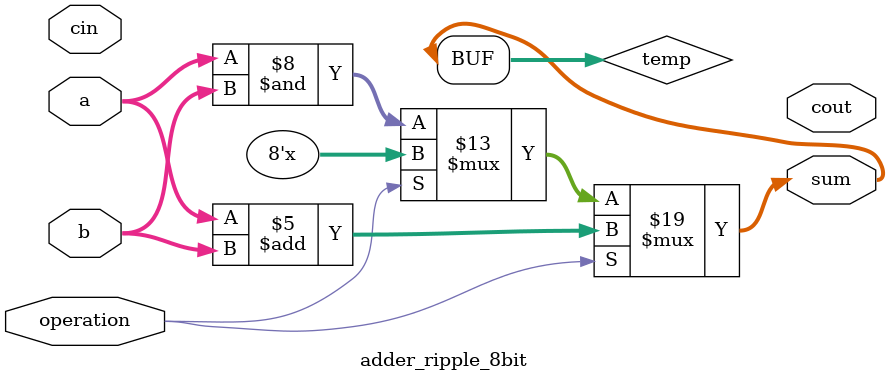
<source format=v>
module adder_ripple_8bit(
    input [7:0] a, b,
    input cin,
    input operation,
    output [7:0] sum,
    output cout
);
    // wire co0, co1, co2, co3, co4, co5, co6;

    // full_adder_1bit add0(a[0], b[0], cin, sum[0], co0);
    // full_adder_1bit add1(a[1], b[1], co0, sum[1], co1);
    // full_adder_1bit add2(a[2], b[2], co1, sum[2], co2);
    // full_adder_1bit add3(a[3], b[3], co2, sum[3], co3);
    // full_adder_1bit add4(a[4], b[4], co3, sum[4], co4);
    // full_adder_1bit add5(a[5], b[5], co4, sum[5], co5);
    // full_adder_1bit add6(a[6], b[6], co5, sum[6], co6);
    // full_adder_1bit add7(a[7], b[7], co6, sum[7], cout);
    reg [7:0] temp;

    always @(*) begin
        if(operation == 4'b0010) temp = a - b;
        else if(operation == 4'b0001) temp = a + b;
        else if(operation == 4'b0101) temp = a ^ b;
        else temp = a & b;
    end

    assign sum = temp;
endmodule

</source>
